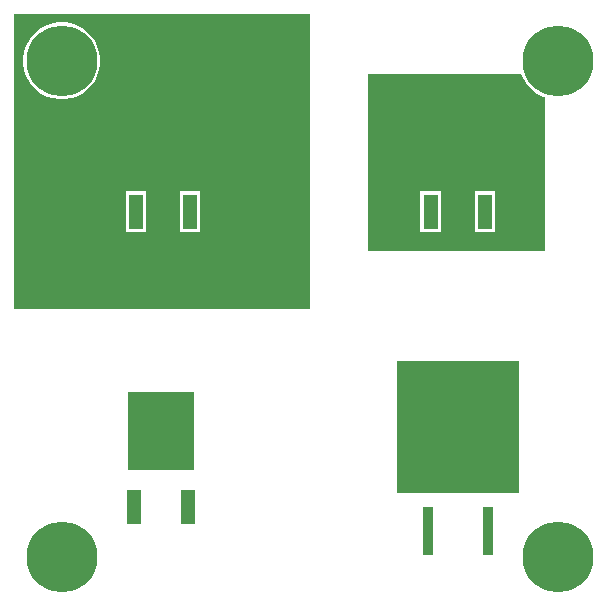
<source format=gtl>
%FSTAX23Y23*%
%MOIN*%
%SFA1B1*%

%IPPOS*%
%ADD12R,0.409450X0.440940*%
%ADD13R,0.037400X0.161420*%
%ADD14R,0.222440X0.263780*%
%ADD15R,0.047240X0.116140*%
%ADD21R,0.325000X0.325000*%
%ADD22R,0.425000X0.330000*%
%ADD23C,0.236220*%
%LNalu_test-1*%
%LPD*%
G36*
X04394Y03018D02*
X0341D01*
Y04002*
X04394*
Y03018*
G37*
G36*
X05102Y03796D02*
X05111Y03778D01*
X05123Y03762*
X05137Y03747*
X05153Y03735*
X05171Y03726*
X05178Y03724*
Y03211*
X04587*
Y03801*
X051*
X05102Y03796*
G37*
%LNalu_test-2*%
%LPC*%
G36*
X03577Y03973D02*
X03557D01*
X03537Y0397*
X03518Y03964*
X035Y03955*
X03484Y03943*
X03469Y03928*
X03457Y03912*
X03448Y03894*
X03442Y03875*
X03439Y03855*
Y03835*
X03442Y03815*
X03448Y03796*
X03457Y03778*
X03469Y03762*
X03484Y03747*
X035Y03735*
X03518Y03726*
X03537Y0372*
X03557Y03717*
X03577*
X03597Y0372*
X03616Y03726*
X03634Y03735*
X0365Y03747*
X03665Y03762*
X03677Y03778*
X03686Y03796*
X03692Y03815*
X03695Y03835*
Y03855*
X03692Y03875*
X03686Y03894*
X03677Y03912*
X03665Y03928*
X0365Y03943*
X03634Y03955*
X03616Y03964*
X03597Y0397*
X03577Y03973*
G37*
G36*
X04026Y03738D02*
X0391D01*
Y03601*
X04026*
Y03738*
G37*
G36*
X039D02*
X03784D01*
Y03601*
X039*
Y03738*
G37*
G36*
X04026Y03591D02*
X0391D01*
Y03454*
X04026*
Y03591*
G37*
G36*
X039D02*
X03784D01*
Y03454*
X039*
Y03591*
G37*
G36*
X04029Y0341D02*
X03962D01*
Y03274*
X04029*
Y0341*
G37*
G36*
X03849D02*
X03781D01*
Y03274*
X03849*
Y0341*
G37*
G36*
X05008Y03738D02*
X04892D01*
Y03601*
X05008*
Y03738*
G37*
G36*
X04882D02*
X04766D01*
Y03601*
X04882*
Y03738*
G37*
G36*
X05008Y03591D02*
X04892D01*
Y03454*
X05008*
Y03591*
G37*
G36*
X04882D02*
X04766D01*
Y03454*
X04882*
Y03591*
G37*
G36*
X05011Y0341D02*
X04944D01*
Y03274*
X05011*
Y0341*
G37*
G36*
X04831D02*
X04763D01*
Y03274*
X04831*
Y0341*
G37*
%LNalu_test-3*%
%LPD*%
G54D12*
X04887Y02626D03*
G54D13*
X04987Y02278D03*
X04787D03*
G54D14*
X039Y02612D03*
X04887Y03596D03*
X03905D03*
G54D15*
X0399Y02358D03*
X0381D03*
X04977Y03342D03*
X04797D03*
X03995D03*
X03815D03*
G54D21*
X04882Y03592D03*
G54D22*
X03927Y03595D03*
G54D23*
X05221Y02191D03*
X03567D03*
Y03845D03*
X05221D03*
M02*
</source>
